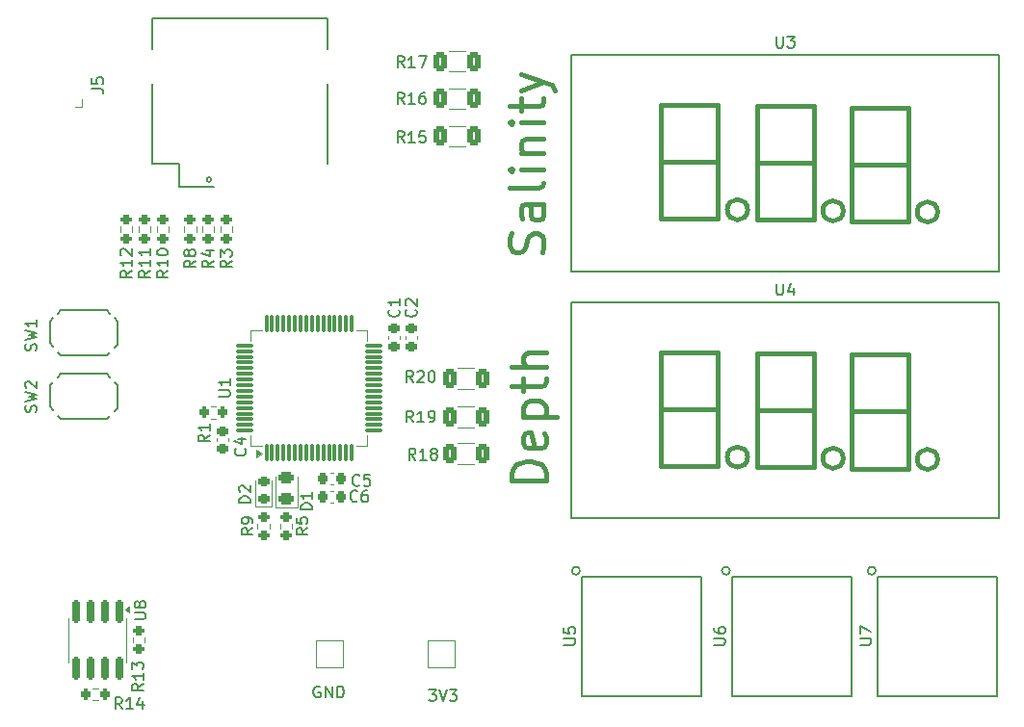
<source format=gto>
%TF.GenerationSoftware,KiCad,Pcbnew,8.0.4*%
%TF.CreationDate,2024-08-22T20:54:46+02:00*%
%TF.ProjectId,Controller,436f6e74-726f-46c6-9c65-722e6b696361,v0*%
%TF.SameCoordinates,Original*%
%TF.FileFunction,Legend,Top*%
%TF.FilePolarity,Positive*%
%FSLAX46Y46*%
G04 Gerber Fmt 4.6, Leading zero omitted, Abs format (unit mm)*
G04 Created by KiCad (PCBNEW 8.0.4) date 2024-08-22 20:54:46*
%MOMM*%
%LPD*%
G01*
G04 APERTURE LIST*
G04 Aperture macros list*
%AMRoundRect*
0 Rectangle with rounded corners*
0 $1 Rounding radius*
0 $2 $3 $4 $5 $6 $7 $8 $9 X,Y pos of 4 corners*
0 Add a 4 corners polygon primitive as box body*
4,1,4,$2,$3,$4,$5,$6,$7,$8,$9,$2,$3,0*
0 Add four circle primitives for the rounded corners*
1,1,$1+$1,$2,$3*
1,1,$1+$1,$4,$5*
1,1,$1+$1,$6,$7*
1,1,$1+$1,$8,$9*
0 Add four rect primitives between the rounded corners*
20,1,$1+$1,$2,$3,$4,$5,0*
20,1,$1+$1,$4,$5,$6,$7,0*
20,1,$1+$1,$6,$7,$8,$9,0*
20,1,$1+$1,$8,$9,$2,$3,0*%
G04 Aperture macros list end*
%ADD10C,0.150000*%
%ADD11C,0.450000*%
%ADD12C,0.120000*%
%ADD13C,0.400000*%
%ADD14RoundRect,0.200000X-0.200000X-0.275000X0.200000X-0.275000X0.200000X0.275000X-0.200000X0.275000X0*%
%ADD15C,2.000000*%
%ADD16C,0.990600*%
%ADD17C,0.787400*%
%ADD18RoundRect,0.200000X-0.275000X0.200000X-0.275000X-0.200000X0.275000X-0.200000X0.275000X0.200000X0*%
%ADD19RoundRect,0.243750X0.456250X-0.243750X0.456250X0.243750X-0.456250X0.243750X-0.456250X-0.243750X0*%
%ADD20R,1.000000X0.750000*%
%ADD21RoundRect,0.225000X-0.225000X-0.250000X0.225000X-0.250000X0.225000X0.250000X-0.225000X0.250000X0*%
%ADD22RoundRect,0.225000X0.250000X-0.225000X0.250000X0.225000X-0.250000X0.225000X-0.250000X-0.225000X0*%
%ADD23R,2.000000X2.000000*%
%ADD24RoundRect,0.250000X0.312500X0.625000X-0.312500X0.625000X-0.312500X-0.625000X0.312500X-0.625000X0*%
%ADD25RoundRect,0.150000X-0.150000X0.825000X-0.150000X-0.825000X0.150000X-0.825000X0.150000X0.825000X0*%
%ADD26C,1.000000*%
%ADD27R,0.700000X1.600000*%
%ADD28R,1.200000X1.500000*%
%ADD29R,1.200000X2.200000*%
%ADD30R,1.600000X1.500000*%
%ADD31C,1.400000*%
%ADD32RoundRect,0.218750X0.256250X-0.218750X0.256250X0.218750X-0.256250X0.218750X-0.256250X-0.218750X0*%
%ADD33RoundRect,0.075000X0.075000X-0.700000X0.075000X0.700000X-0.075000X0.700000X-0.075000X-0.700000X0*%
%ADD34RoundRect,0.075000X0.700000X-0.075000X0.700000X0.075000X-0.700000X0.075000X-0.700000X-0.075000X0*%
%ADD35R,1.700000X1.700000*%
%ADD36O,1.700000X1.700000*%
G04 APERTURE END LIST*
D10*
X186760588Y-108917438D02*
X186665350Y-108869819D01*
X186665350Y-108869819D02*
X186522493Y-108869819D01*
X186522493Y-108869819D02*
X186379636Y-108917438D01*
X186379636Y-108917438D02*
X186284398Y-109012676D01*
X186284398Y-109012676D02*
X186236779Y-109107914D01*
X186236779Y-109107914D02*
X186189160Y-109298390D01*
X186189160Y-109298390D02*
X186189160Y-109441247D01*
X186189160Y-109441247D02*
X186236779Y-109631723D01*
X186236779Y-109631723D02*
X186284398Y-109726961D01*
X186284398Y-109726961D02*
X186379636Y-109822200D01*
X186379636Y-109822200D02*
X186522493Y-109869819D01*
X186522493Y-109869819D02*
X186617731Y-109869819D01*
X186617731Y-109869819D02*
X186760588Y-109822200D01*
X186760588Y-109822200D02*
X186808207Y-109774580D01*
X186808207Y-109774580D02*
X186808207Y-109441247D01*
X186808207Y-109441247D02*
X186617731Y-109441247D01*
X187236779Y-109869819D02*
X187236779Y-108869819D01*
X187236779Y-108869819D02*
X187808207Y-109869819D01*
X187808207Y-109869819D02*
X187808207Y-108869819D01*
X188284398Y-109869819D02*
X188284398Y-108869819D01*
X188284398Y-108869819D02*
X188522493Y-108869819D01*
X188522493Y-108869819D02*
X188665350Y-108917438D01*
X188665350Y-108917438D02*
X188760588Y-109012676D01*
X188760588Y-109012676D02*
X188808207Y-109107914D01*
X188808207Y-109107914D02*
X188855826Y-109298390D01*
X188855826Y-109298390D02*
X188855826Y-109441247D01*
X188855826Y-109441247D02*
X188808207Y-109631723D01*
X188808207Y-109631723D02*
X188760588Y-109726961D01*
X188760588Y-109726961D02*
X188665350Y-109822200D01*
X188665350Y-109822200D02*
X188522493Y-109869819D01*
X188522493Y-109869819D02*
X188284398Y-109869819D01*
X196341541Y-109169819D02*
X196960588Y-109169819D01*
X196960588Y-109169819D02*
X196627255Y-109550771D01*
X196627255Y-109550771D02*
X196770112Y-109550771D01*
X196770112Y-109550771D02*
X196865350Y-109598390D01*
X196865350Y-109598390D02*
X196912969Y-109646009D01*
X196912969Y-109646009D02*
X196960588Y-109741247D01*
X196960588Y-109741247D02*
X196960588Y-109979342D01*
X196960588Y-109979342D02*
X196912969Y-110074580D01*
X196912969Y-110074580D02*
X196865350Y-110122200D01*
X196865350Y-110122200D02*
X196770112Y-110169819D01*
X196770112Y-110169819D02*
X196484398Y-110169819D01*
X196484398Y-110169819D02*
X196389160Y-110122200D01*
X196389160Y-110122200D02*
X196341541Y-110074580D01*
X197246303Y-109169819D02*
X197579636Y-110169819D01*
X197579636Y-110169819D02*
X197912969Y-109169819D01*
X198151065Y-109169819D02*
X198770112Y-109169819D01*
X198770112Y-109169819D02*
X198436779Y-109550771D01*
X198436779Y-109550771D02*
X198579636Y-109550771D01*
X198579636Y-109550771D02*
X198674874Y-109598390D01*
X198674874Y-109598390D02*
X198722493Y-109646009D01*
X198722493Y-109646009D02*
X198770112Y-109741247D01*
X198770112Y-109741247D02*
X198770112Y-109979342D01*
X198770112Y-109979342D02*
X198722493Y-110074580D01*
X198722493Y-110074580D02*
X198674874Y-110122200D01*
X198674874Y-110122200D02*
X198579636Y-110169819D01*
X198579636Y-110169819D02*
X198293922Y-110169819D01*
X198293922Y-110169819D02*
X198198684Y-110122200D01*
X198198684Y-110122200D02*
X198151065Y-110074580D01*
D11*
X206609457Y-90789662D02*
X203609457Y-90789662D01*
X203609457Y-90789662D02*
X203609457Y-90075376D01*
X203609457Y-90075376D02*
X203752314Y-89646805D01*
X203752314Y-89646805D02*
X204038028Y-89361090D01*
X204038028Y-89361090D02*
X204323742Y-89218233D01*
X204323742Y-89218233D02*
X204895171Y-89075376D01*
X204895171Y-89075376D02*
X205323742Y-89075376D01*
X205323742Y-89075376D02*
X205895171Y-89218233D01*
X205895171Y-89218233D02*
X206180885Y-89361090D01*
X206180885Y-89361090D02*
X206466600Y-89646805D01*
X206466600Y-89646805D02*
X206609457Y-90075376D01*
X206609457Y-90075376D02*
X206609457Y-90789662D01*
X206466600Y-86646805D02*
X206609457Y-86932519D01*
X206609457Y-86932519D02*
X206609457Y-87503948D01*
X206609457Y-87503948D02*
X206466600Y-87789662D01*
X206466600Y-87789662D02*
X206180885Y-87932519D01*
X206180885Y-87932519D02*
X205038028Y-87932519D01*
X205038028Y-87932519D02*
X204752314Y-87789662D01*
X204752314Y-87789662D02*
X204609457Y-87503948D01*
X204609457Y-87503948D02*
X204609457Y-86932519D01*
X204609457Y-86932519D02*
X204752314Y-86646805D01*
X204752314Y-86646805D02*
X205038028Y-86503948D01*
X205038028Y-86503948D02*
X205323742Y-86503948D01*
X205323742Y-86503948D02*
X205609457Y-87932519D01*
X204609457Y-85218233D02*
X207609457Y-85218233D01*
X204752314Y-85218233D02*
X204609457Y-84932519D01*
X204609457Y-84932519D02*
X204609457Y-84361090D01*
X204609457Y-84361090D02*
X204752314Y-84075376D01*
X204752314Y-84075376D02*
X204895171Y-83932519D01*
X204895171Y-83932519D02*
X205180885Y-83789661D01*
X205180885Y-83789661D02*
X206038028Y-83789661D01*
X206038028Y-83789661D02*
X206323742Y-83932519D01*
X206323742Y-83932519D02*
X206466600Y-84075376D01*
X206466600Y-84075376D02*
X206609457Y-84361090D01*
X206609457Y-84361090D02*
X206609457Y-84932519D01*
X206609457Y-84932519D02*
X206466600Y-85218233D01*
X204609457Y-82932518D02*
X204609457Y-81789661D01*
X203609457Y-82503947D02*
X206180885Y-82503947D01*
X206180885Y-82503947D02*
X206466600Y-82361090D01*
X206466600Y-82361090D02*
X206609457Y-82075375D01*
X206609457Y-82075375D02*
X206609457Y-81789661D01*
X206609457Y-80789661D02*
X203609457Y-80789661D01*
X206609457Y-79503947D02*
X205038028Y-79503947D01*
X205038028Y-79503947D02*
X204752314Y-79646804D01*
X204752314Y-79646804D02*
X204609457Y-79932518D01*
X204609457Y-79932518D02*
X204609457Y-80361089D01*
X204609457Y-80361089D02*
X204752314Y-80646804D01*
X204752314Y-80646804D02*
X204895171Y-80789661D01*
X206266600Y-70732519D02*
X206409457Y-70303948D01*
X206409457Y-70303948D02*
X206409457Y-69589662D01*
X206409457Y-69589662D02*
X206266600Y-69303948D01*
X206266600Y-69303948D02*
X206123742Y-69161090D01*
X206123742Y-69161090D02*
X205838028Y-69018233D01*
X205838028Y-69018233D02*
X205552314Y-69018233D01*
X205552314Y-69018233D02*
X205266600Y-69161090D01*
X205266600Y-69161090D02*
X205123742Y-69303948D01*
X205123742Y-69303948D02*
X204980885Y-69589662D01*
X204980885Y-69589662D02*
X204838028Y-70161090D01*
X204838028Y-70161090D02*
X204695171Y-70446805D01*
X204695171Y-70446805D02*
X204552314Y-70589662D01*
X204552314Y-70589662D02*
X204266600Y-70732519D01*
X204266600Y-70732519D02*
X203980885Y-70732519D01*
X203980885Y-70732519D02*
X203695171Y-70589662D01*
X203695171Y-70589662D02*
X203552314Y-70446805D01*
X203552314Y-70446805D02*
X203409457Y-70161090D01*
X203409457Y-70161090D02*
X203409457Y-69446805D01*
X203409457Y-69446805D02*
X203552314Y-69018233D01*
X206409457Y-66446805D02*
X204838028Y-66446805D01*
X204838028Y-66446805D02*
X204552314Y-66589662D01*
X204552314Y-66589662D02*
X204409457Y-66875376D01*
X204409457Y-66875376D02*
X204409457Y-67446805D01*
X204409457Y-67446805D02*
X204552314Y-67732519D01*
X206266600Y-66446805D02*
X206409457Y-66732519D01*
X206409457Y-66732519D02*
X206409457Y-67446805D01*
X206409457Y-67446805D02*
X206266600Y-67732519D01*
X206266600Y-67732519D02*
X205980885Y-67875376D01*
X205980885Y-67875376D02*
X205695171Y-67875376D01*
X205695171Y-67875376D02*
X205409457Y-67732519D01*
X205409457Y-67732519D02*
X205266600Y-67446805D01*
X205266600Y-67446805D02*
X205266600Y-66732519D01*
X205266600Y-66732519D02*
X205123742Y-66446805D01*
X206409457Y-64589661D02*
X206266600Y-64875376D01*
X206266600Y-64875376D02*
X205980885Y-65018233D01*
X205980885Y-65018233D02*
X203409457Y-65018233D01*
X206409457Y-63446804D02*
X204409457Y-63446804D01*
X203409457Y-63446804D02*
X203552314Y-63589661D01*
X203552314Y-63589661D02*
X203695171Y-63446804D01*
X203695171Y-63446804D02*
X203552314Y-63303947D01*
X203552314Y-63303947D02*
X203409457Y-63446804D01*
X203409457Y-63446804D02*
X203695171Y-63446804D01*
X204409457Y-62018233D02*
X206409457Y-62018233D01*
X204695171Y-62018233D02*
X204552314Y-61875376D01*
X204552314Y-61875376D02*
X204409457Y-61589661D01*
X204409457Y-61589661D02*
X204409457Y-61161090D01*
X204409457Y-61161090D02*
X204552314Y-60875376D01*
X204552314Y-60875376D02*
X204838028Y-60732519D01*
X204838028Y-60732519D02*
X206409457Y-60732519D01*
X206409457Y-59303947D02*
X204409457Y-59303947D01*
X203409457Y-59303947D02*
X203552314Y-59446804D01*
X203552314Y-59446804D02*
X203695171Y-59303947D01*
X203695171Y-59303947D02*
X203552314Y-59161090D01*
X203552314Y-59161090D02*
X203409457Y-59303947D01*
X203409457Y-59303947D02*
X203695171Y-59303947D01*
X204409457Y-58303947D02*
X204409457Y-57161090D01*
X203409457Y-57875376D02*
X205980885Y-57875376D01*
X205980885Y-57875376D02*
X206266600Y-57732519D01*
X206266600Y-57732519D02*
X206409457Y-57446804D01*
X206409457Y-57446804D02*
X206409457Y-57161090D01*
X204409457Y-56446804D02*
X206409457Y-55732518D01*
X204409457Y-55018233D02*
X206409457Y-55732518D01*
X206409457Y-55732518D02*
X207123742Y-56018233D01*
X207123742Y-56018233D02*
X207266600Y-56161090D01*
X207266600Y-56161090D02*
X207409457Y-56446804D01*
D10*
X177054819Y-86766666D02*
X176578628Y-87099999D01*
X177054819Y-87338094D02*
X176054819Y-87338094D01*
X176054819Y-87338094D02*
X176054819Y-86957142D01*
X176054819Y-86957142D02*
X176102438Y-86861904D01*
X176102438Y-86861904D02*
X176150057Y-86814285D01*
X176150057Y-86814285D02*
X176245295Y-86766666D01*
X176245295Y-86766666D02*
X176388152Y-86766666D01*
X176388152Y-86766666D02*
X176483390Y-86814285D01*
X176483390Y-86814285D02*
X176531009Y-86861904D01*
X176531009Y-86861904D02*
X176578628Y-86957142D01*
X176578628Y-86957142D02*
X176578628Y-87338094D01*
X177054819Y-85814285D02*
X177054819Y-86385713D01*
X177054819Y-86099999D02*
X176054819Y-86099999D01*
X176054819Y-86099999D02*
X176197676Y-86195237D01*
X176197676Y-86195237D02*
X176292914Y-86290475D01*
X176292914Y-86290475D02*
X176340533Y-86385713D01*
X234204819Y-105221904D02*
X235014342Y-105221904D01*
X235014342Y-105221904D02*
X235109580Y-105174285D01*
X235109580Y-105174285D02*
X235157200Y-105126666D01*
X235157200Y-105126666D02*
X235204819Y-105031428D01*
X235204819Y-105031428D02*
X235204819Y-104840952D01*
X235204819Y-104840952D02*
X235157200Y-104745714D01*
X235157200Y-104745714D02*
X235109580Y-104698095D01*
X235109580Y-104698095D02*
X235014342Y-104650476D01*
X235014342Y-104650476D02*
X234204819Y-104650476D01*
X234204819Y-104269523D02*
X234204819Y-103602857D01*
X234204819Y-103602857D02*
X235204819Y-104031428D01*
X166719819Y-56333333D02*
X167434104Y-56333333D01*
X167434104Y-56333333D02*
X167576961Y-56380952D01*
X167576961Y-56380952D02*
X167672200Y-56476190D01*
X167672200Y-56476190D02*
X167719819Y-56619047D01*
X167719819Y-56619047D02*
X167719819Y-56714285D01*
X166719819Y-55380952D02*
X166719819Y-55857142D01*
X166719819Y-55857142D02*
X167196009Y-55904761D01*
X167196009Y-55904761D02*
X167148390Y-55857142D01*
X167148390Y-55857142D02*
X167100771Y-55761904D01*
X167100771Y-55761904D02*
X167100771Y-55523809D01*
X167100771Y-55523809D02*
X167148390Y-55428571D01*
X167148390Y-55428571D02*
X167196009Y-55380952D01*
X167196009Y-55380952D02*
X167291247Y-55333333D01*
X167291247Y-55333333D02*
X167529342Y-55333333D01*
X167529342Y-55333333D02*
X167624580Y-55380952D01*
X167624580Y-55380952D02*
X167672200Y-55428571D01*
X167672200Y-55428571D02*
X167719819Y-55523809D01*
X167719819Y-55523809D02*
X167719819Y-55761904D01*
X167719819Y-55761904D02*
X167672200Y-55857142D01*
X167672200Y-55857142D02*
X167624580Y-55904761D01*
X179004819Y-71441666D02*
X178528628Y-71774999D01*
X179004819Y-72013094D02*
X178004819Y-72013094D01*
X178004819Y-72013094D02*
X178004819Y-71632142D01*
X178004819Y-71632142D02*
X178052438Y-71536904D01*
X178052438Y-71536904D02*
X178100057Y-71489285D01*
X178100057Y-71489285D02*
X178195295Y-71441666D01*
X178195295Y-71441666D02*
X178338152Y-71441666D01*
X178338152Y-71441666D02*
X178433390Y-71489285D01*
X178433390Y-71489285D02*
X178481009Y-71536904D01*
X178481009Y-71536904D02*
X178528628Y-71632142D01*
X178528628Y-71632142D02*
X178528628Y-72013094D01*
X178004819Y-71108332D02*
X178004819Y-70489285D01*
X178004819Y-70489285D02*
X178385771Y-70822618D01*
X178385771Y-70822618D02*
X178385771Y-70679761D01*
X178385771Y-70679761D02*
X178433390Y-70584523D01*
X178433390Y-70584523D02*
X178481009Y-70536904D01*
X178481009Y-70536904D02*
X178576247Y-70489285D01*
X178576247Y-70489285D02*
X178814342Y-70489285D01*
X178814342Y-70489285D02*
X178909580Y-70536904D01*
X178909580Y-70536904D02*
X178957200Y-70584523D01*
X178957200Y-70584523D02*
X179004819Y-70679761D01*
X179004819Y-70679761D02*
X179004819Y-70965475D01*
X179004819Y-70965475D02*
X178957200Y-71060713D01*
X178957200Y-71060713D02*
X178909580Y-71108332D01*
X177404819Y-71441666D02*
X176928628Y-71774999D01*
X177404819Y-72013094D02*
X176404819Y-72013094D01*
X176404819Y-72013094D02*
X176404819Y-71632142D01*
X176404819Y-71632142D02*
X176452438Y-71536904D01*
X176452438Y-71536904D02*
X176500057Y-71489285D01*
X176500057Y-71489285D02*
X176595295Y-71441666D01*
X176595295Y-71441666D02*
X176738152Y-71441666D01*
X176738152Y-71441666D02*
X176833390Y-71489285D01*
X176833390Y-71489285D02*
X176881009Y-71536904D01*
X176881009Y-71536904D02*
X176928628Y-71632142D01*
X176928628Y-71632142D02*
X176928628Y-72013094D01*
X176738152Y-70584523D02*
X177404819Y-70584523D01*
X176357200Y-70822618D02*
X177071485Y-71060713D01*
X177071485Y-71060713D02*
X177071485Y-70441666D01*
X175804819Y-71441666D02*
X175328628Y-71774999D01*
X175804819Y-72013094D02*
X174804819Y-72013094D01*
X174804819Y-72013094D02*
X174804819Y-71632142D01*
X174804819Y-71632142D02*
X174852438Y-71536904D01*
X174852438Y-71536904D02*
X174900057Y-71489285D01*
X174900057Y-71489285D02*
X174995295Y-71441666D01*
X174995295Y-71441666D02*
X175138152Y-71441666D01*
X175138152Y-71441666D02*
X175233390Y-71489285D01*
X175233390Y-71489285D02*
X175281009Y-71536904D01*
X175281009Y-71536904D02*
X175328628Y-71632142D01*
X175328628Y-71632142D02*
X175328628Y-72013094D01*
X175233390Y-70870237D02*
X175185771Y-70965475D01*
X175185771Y-70965475D02*
X175138152Y-71013094D01*
X175138152Y-71013094D02*
X175042914Y-71060713D01*
X175042914Y-71060713D02*
X174995295Y-71060713D01*
X174995295Y-71060713D02*
X174900057Y-71013094D01*
X174900057Y-71013094D02*
X174852438Y-70965475D01*
X174852438Y-70965475D02*
X174804819Y-70870237D01*
X174804819Y-70870237D02*
X174804819Y-70679761D01*
X174804819Y-70679761D02*
X174852438Y-70584523D01*
X174852438Y-70584523D02*
X174900057Y-70536904D01*
X174900057Y-70536904D02*
X174995295Y-70489285D01*
X174995295Y-70489285D02*
X175042914Y-70489285D01*
X175042914Y-70489285D02*
X175138152Y-70536904D01*
X175138152Y-70536904D02*
X175185771Y-70584523D01*
X175185771Y-70584523D02*
X175233390Y-70679761D01*
X175233390Y-70679761D02*
X175233390Y-70870237D01*
X175233390Y-70870237D02*
X175281009Y-70965475D01*
X175281009Y-70965475D02*
X175328628Y-71013094D01*
X175328628Y-71013094D02*
X175423866Y-71060713D01*
X175423866Y-71060713D02*
X175614342Y-71060713D01*
X175614342Y-71060713D02*
X175709580Y-71013094D01*
X175709580Y-71013094D02*
X175757200Y-70965475D01*
X175757200Y-70965475D02*
X175804819Y-70870237D01*
X175804819Y-70870237D02*
X175804819Y-70679761D01*
X175804819Y-70679761D02*
X175757200Y-70584523D01*
X175757200Y-70584523D02*
X175709580Y-70536904D01*
X175709580Y-70536904D02*
X175614342Y-70489285D01*
X175614342Y-70489285D02*
X175423866Y-70489285D01*
X175423866Y-70489285D02*
X175328628Y-70536904D01*
X175328628Y-70536904D02*
X175281009Y-70584523D01*
X175281009Y-70584523D02*
X175233390Y-70679761D01*
X186054819Y-93338094D02*
X185054819Y-93338094D01*
X185054819Y-93338094D02*
X185054819Y-93099999D01*
X185054819Y-93099999D02*
X185102438Y-92957142D01*
X185102438Y-92957142D02*
X185197676Y-92861904D01*
X185197676Y-92861904D02*
X185292914Y-92814285D01*
X185292914Y-92814285D02*
X185483390Y-92766666D01*
X185483390Y-92766666D02*
X185626247Y-92766666D01*
X185626247Y-92766666D02*
X185816723Y-92814285D01*
X185816723Y-92814285D02*
X185911961Y-92861904D01*
X185911961Y-92861904D02*
X186007200Y-92957142D01*
X186007200Y-92957142D02*
X186054819Y-93099999D01*
X186054819Y-93099999D02*
X186054819Y-93338094D01*
X186054819Y-91814285D02*
X186054819Y-92385713D01*
X186054819Y-92099999D02*
X185054819Y-92099999D01*
X185054819Y-92099999D02*
X185197676Y-92195237D01*
X185197676Y-92195237D02*
X185292914Y-92290475D01*
X185292914Y-92290475D02*
X185340533Y-92385713D01*
X161807200Y-84733332D02*
X161854819Y-84590475D01*
X161854819Y-84590475D02*
X161854819Y-84352380D01*
X161854819Y-84352380D02*
X161807200Y-84257142D01*
X161807200Y-84257142D02*
X161759580Y-84209523D01*
X161759580Y-84209523D02*
X161664342Y-84161904D01*
X161664342Y-84161904D02*
X161569104Y-84161904D01*
X161569104Y-84161904D02*
X161473866Y-84209523D01*
X161473866Y-84209523D02*
X161426247Y-84257142D01*
X161426247Y-84257142D02*
X161378628Y-84352380D01*
X161378628Y-84352380D02*
X161331009Y-84542856D01*
X161331009Y-84542856D02*
X161283390Y-84638094D01*
X161283390Y-84638094D02*
X161235771Y-84685713D01*
X161235771Y-84685713D02*
X161140533Y-84733332D01*
X161140533Y-84733332D02*
X161045295Y-84733332D01*
X161045295Y-84733332D02*
X160950057Y-84685713D01*
X160950057Y-84685713D02*
X160902438Y-84638094D01*
X160902438Y-84638094D02*
X160854819Y-84542856D01*
X160854819Y-84542856D02*
X160854819Y-84304761D01*
X160854819Y-84304761D02*
X160902438Y-84161904D01*
X160854819Y-83828570D02*
X161854819Y-83590475D01*
X161854819Y-83590475D02*
X161140533Y-83399999D01*
X161140533Y-83399999D02*
X161854819Y-83209523D01*
X161854819Y-83209523D02*
X160854819Y-82971428D01*
X160950057Y-82638094D02*
X160902438Y-82590475D01*
X160902438Y-82590475D02*
X160854819Y-82495237D01*
X160854819Y-82495237D02*
X160854819Y-82257142D01*
X160854819Y-82257142D02*
X160902438Y-82161904D01*
X160902438Y-82161904D02*
X160950057Y-82114285D01*
X160950057Y-82114285D02*
X161045295Y-82066666D01*
X161045295Y-82066666D02*
X161140533Y-82066666D01*
X161140533Y-82066666D02*
X161283390Y-82114285D01*
X161283390Y-82114285D02*
X161854819Y-82685713D01*
X161854819Y-82685713D02*
X161854819Y-82066666D01*
X190033333Y-92559580D02*
X189985714Y-92607200D01*
X189985714Y-92607200D02*
X189842857Y-92654819D01*
X189842857Y-92654819D02*
X189747619Y-92654819D01*
X189747619Y-92654819D02*
X189604762Y-92607200D01*
X189604762Y-92607200D02*
X189509524Y-92511961D01*
X189509524Y-92511961D02*
X189461905Y-92416723D01*
X189461905Y-92416723D02*
X189414286Y-92226247D01*
X189414286Y-92226247D02*
X189414286Y-92083390D01*
X189414286Y-92083390D02*
X189461905Y-91892914D01*
X189461905Y-91892914D02*
X189509524Y-91797676D01*
X189509524Y-91797676D02*
X189604762Y-91702438D01*
X189604762Y-91702438D02*
X189747619Y-91654819D01*
X189747619Y-91654819D02*
X189842857Y-91654819D01*
X189842857Y-91654819D02*
X189985714Y-91702438D01*
X189985714Y-91702438D02*
X190033333Y-91750057D01*
X190890476Y-91654819D02*
X190700000Y-91654819D01*
X190700000Y-91654819D02*
X190604762Y-91702438D01*
X190604762Y-91702438D02*
X190557143Y-91750057D01*
X190557143Y-91750057D02*
X190461905Y-91892914D01*
X190461905Y-91892914D02*
X190414286Y-92083390D01*
X190414286Y-92083390D02*
X190414286Y-92464342D01*
X190414286Y-92464342D02*
X190461905Y-92559580D01*
X190461905Y-92559580D02*
X190509524Y-92607200D01*
X190509524Y-92607200D02*
X190604762Y-92654819D01*
X190604762Y-92654819D02*
X190795238Y-92654819D01*
X190795238Y-92654819D02*
X190890476Y-92607200D01*
X190890476Y-92607200D02*
X190938095Y-92559580D01*
X190938095Y-92559580D02*
X190985714Y-92464342D01*
X190985714Y-92464342D02*
X190985714Y-92226247D01*
X190985714Y-92226247D02*
X190938095Y-92131009D01*
X190938095Y-92131009D02*
X190890476Y-92083390D01*
X190890476Y-92083390D02*
X190795238Y-92035771D01*
X190795238Y-92035771D02*
X190604762Y-92035771D01*
X190604762Y-92035771D02*
X190509524Y-92083390D01*
X190509524Y-92083390D02*
X190461905Y-92131009D01*
X190461905Y-92131009D02*
X190414286Y-92226247D01*
X180159580Y-87966666D02*
X180207200Y-88014285D01*
X180207200Y-88014285D02*
X180254819Y-88157142D01*
X180254819Y-88157142D02*
X180254819Y-88252380D01*
X180254819Y-88252380D02*
X180207200Y-88395237D01*
X180207200Y-88395237D02*
X180111961Y-88490475D01*
X180111961Y-88490475D02*
X180016723Y-88538094D01*
X180016723Y-88538094D02*
X179826247Y-88585713D01*
X179826247Y-88585713D02*
X179683390Y-88585713D01*
X179683390Y-88585713D02*
X179492914Y-88538094D01*
X179492914Y-88538094D02*
X179397676Y-88490475D01*
X179397676Y-88490475D02*
X179302438Y-88395237D01*
X179302438Y-88395237D02*
X179254819Y-88252380D01*
X179254819Y-88252380D02*
X179254819Y-88157142D01*
X179254819Y-88157142D02*
X179302438Y-88014285D01*
X179302438Y-88014285D02*
X179350057Y-87966666D01*
X179588152Y-87109523D02*
X180254819Y-87109523D01*
X179207200Y-87347618D02*
X179921485Y-87585713D01*
X179921485Y-87585713D02*
X179921485Y-86966666D01*
X173404819Y-72317857D02*
X172928628Y-72651190D01*
X173404819Y-72889285D02*
X172404819Y-72889285D01*
X172404819Y-72889285D02*
X172404819Y-72508333D01*
X172404819Y-72508333D02*
X172452438Y-72413095D01*
X172452438Y-72413095D02*
X172500057Y-72365476D01*
X172500057Y-72365476D02*
X172595295Y-72317857D01*
X172595295Y-72317857D02*
X172738152Y-72317857D01*
X172738152Y-72317857D02*
X172833390Y-72365476D01*
X172833390Y-72365476D02*
X172881009Y-72413095D01*
X172881009Y-72413095D02*
X172928628Y-72508333D01*
X172928628Y-72508333D02*
X172928628Y-72889285D01*
X173404819Y-71365476D02*
X173404819Y-71936904D01*
X173404819Y-71651190D02*
X172404819Y-71651190D01*
X172404819Y-71651190D02*
X172547676Y-71746428D01*
X172547676Y-71746428D02*
X172642914Y-71841666D01*
X172642914Y-71841666D02*
X172690533Y-71936904D01*
X172404819Y-70746428D02*
X172404819Y-70651190D01*
X172404819Y-70651190D02*
X172452438Y-70555952D01*
X172452438Y-70555952D02*
X172500057Y-70508333D01*
X172500057Y-70508333D02*
X172595295Y-70460714D01*
X172595295Y-70460714D02*
X172785771Y-70413095D01*
X172785771Y-70413095D02*
X173023866Y-70413095D01*
X173023866Y-70413095D02*
X173214342Y-70460714D01*
X173214342Y-70460714D02*
X173309580Y-70508333D01*
X173309580Y-70508333D02*
X173357200Y-70555952D01*
X173357200Y-70555952D02*
X173404819Y-70651190D01*
X173404819Y-70651190D02*
X173404819Y-70746428D01*
X173404819Y-70746428D02*
X173357200Y-70841666D01*
X173357200Y-70841666D02*
X173309580Y-70889285D01*
X173309580Y-70889285D02*
X173214342Y-70936904D01*
X173214342Y-70936904D02*
X173023866Y-70984523D01*
X173023866Y-70984523D02*
X172785771Y-70984523D01*
X172785771Y-70984523D02*
X172595295Y-70936904D01*
X172595295Y-70936904D02*
X172500057Y-70889285D01*
X172500057Y-70889285D02*
X172452438Y-70841666D01*
X172452438Y-70841666D02*
X172404819Y-70746428D01*
X195159580Y-75766666D02*
X195207200Y-75814285D01*
X195207200Y-75814285D02*
X195254819Y-75957142D01*
X195254819Y-75957142D02*
X195254819Y-76052380D01*
X195254819Y-76052380D02*
X195207200Y-76195237D01*
X195207200Y-76195237D02*
X195111961Y-76290475D01*
X195111961Y-76290475D02*
X195016723Y-76338094D01*
X195016723Y-76338094D02*
X194826247Y-76385713D01*
X194826247Y-76385713D02*
X194683390Y-76385713D01*
X194683390Y-76385713D02*
X194492914Y-76338094D01*
X194492914Y-76338094D02*
X194397676Y-76290475D01*
X194397676Y-76290475D02*
X194302438Y-76195237D01*
X194302438Y-76195237D02*
X194254819Y-76052380D01*
X194254819Y-76052380D02*
X194254819Y-75957142D01*
X194254819Y-75957142D02*
X194302438Y-75814285D01*
X194302438Y-75814285D02*
X194350057Y-75766666D01*
X194350057Y-75385713D02*
X194302438Y-75338094D01*
X194302438Y-75338094D02*
X194254819Y-75242856D01*
X194254819Y-75242856D02*
X194254819Y-75004761D01*
X194254819Y-75004761D02*
X194302438Y-74909523D01*
X194302438Y-74909523D02*
X194350057Y-74861904D01*
X194350057Y-74861904D02*
X194445295Y-74814285D01*
X194445295Y-74814285D02*
X194540533Y-74814285D01*
X194540533Y-74814285D02*
X194683390Y-74861904D01*
X194683390Y-74861904D02*
X195254819Y-75433332D01*
X195254819Y-75433332D02*
X195254819Y-74814285D01*
X194157142Y-57654819D02*
X193823809Y-57178628D01*
X193585714Y-57654819D02*
X193585714Y-56654819D01*
X193585714Y-56654819D02*
X193966666Y-56654819D01*
X193966666Y-56654819D02*
X194061904Y-56702438D01*
X194061904Y-56702438D02*
X194109523Y-56750057D01*
X194109523Y-56750057D02*
X194157142Y-56845295D01*
X194157142Y-56845295D02*
X194157142Y-56988152D01*
X194157142Y-56988152D02*
X194109523Y-57083390D01*
X194109523Y-57083390D02*
X194061904Y-57131009D01*
X194061904Y-57131009D02*
X193966666Y-57178628D01*
X193966666Y-57178628D02*
X193585714Y-57178628D01*
X195109523Y-57654819D02*
X194538095Y-57654819D01*
X194823809Y-57654819D02*
X194823809Y-56654819D01*
X194823809Y-56654819D02*
X194728571Y-56797676D01*
X194728571Y-56797676D02*
X194633333Y-56892914D01*
X194633333Y-56892914D02*
X194538095Y-56940533D01*
X195966666Y-56654819D02*
X195776190Y-56654819D01*
X195776190Y-56654819D02*
X195680952Y-56702438D01*
X195680952Y-56702438D02*
X195633333Y-56750057D01*
X195633333Y-56750057D02*
X195538095Y-56892914D01*
X195538095Y-56892914D02*
X195490476Y-57083390D01*
X195490476Y-57083390D02*
X195490476Y-57464342D01*
X195490476Y-57464342D02*
X195538095Y-57559580D01*
X195538095Y-57559580D02*
X195585714Y-57607200D01*
X195585714Y-57607200D02*
X195680952Y-57654819D01*
X195680952Y-57654819D02*
X195871428Y-57654819D01*
X195871428Y-57654819D02*
X195966666Y-57607200D01*
X195966666Y-57607200D02*
X196014285Y-57559580D01*
X196014285Y-57559580D02*
X196061904Y-57464342D01*
X196061904Y-57464342D02*
X196061904Y-57226247D01*
X196061904Y-57226247D02*
X196014285Y-57131009D01*
X196014285Y-57131009D02*
X195966666Y-57083390D01*
X195966666Y-57083390D02*
X195871428Y-57035771D01*
X195871428Y-57035771D02*
X195680952Y-57035771D01*
X195680952Y-57035771D02*
X195585714Y-57083390D01*
X195585714Y-57083390D02*
X195538095Y-57131009D01*
X195538095Y-57131009D02*
X195490476Y-57226247D01*
X221394819Y-105221904D02*
X222204342Y-105221904D01*
X222204342Y-105221904D02*
X222299580Y-105174285D01*
X222299580Y-105174285D02*
X222347200Y-105126666D01*
X222347200Y-105126666D02*
X222394819Y-105031428D01*
X222394819Y-105031428D02*
X222394819Y-104840952D01*
X222394819Y-104840952D02*
X222347200Y-104745714D01*
X222347200Y-104745714D02*
X222299580Y-104698095D01*
X222299580Y-104698095D02*
X222204342Y-104650476D01*
X222204342Y-104650476D02*
X221394819Y-104650476D01*
X221394819Y-103745714D02*
X221394819Y-103936190D01*
X221394819Y-103936190D02*
X221442438Y-104031428D01*
X221442438Y-104031428D02*
X221490057Y-104079047D01*
X221490057Y-104079047D02*
X221632914Y-104174285D01*
X221632914Y-104174285D02*
X221823390Y-104221904D01*
X221823390Y-104221904D02*
X222204342Y-104221904D01*
X222204342Y-104221904D02*
X222299580Y-104174285D01*
X222299580Y-104174285D02*
X222347200Y-104126666D01*
X222347200Y-104126666D02*
X222394819Y-104031428D01*
X222394819Y-104031428D02*
X222394819Y-103840952D01*
X222394819Y-103840952D02*
X222347200Y-103745714D01*
X222347200Y-103745714D02*
X222299580Y-103698095D01*
X222299580Y-103698095D02*
X222204342Y-103650476D01*
X222204342Y-103650476D02*
X221966247Y-103650476D01*
X221966247Y-103650476D02*
X221871009Y-103698095D01*
X221871009Y-103698095D02*
X221823390Y-103745714D01*
X221823390Y-103745714D02*
X221775771Y-103840952D01*
X221775771Y-103840952D02*
X221775771Y-104031428D01*
X221775771Y-104031428D02*
X221823390Y-104126666D01*
X221823390Y-104126666D02*
X221871009Y-104174285D01*
X221871009Y-104174285D02*
X221966247Y-104221904D01*
X171254819Y-108642857D02*
X170778628Y-108976190D01*
X171254819Y-109214285D02*
X170254819Y-109214285D01*
X170254819Y-109214285D02*
X170254819Y-108833333D01*
X170254819Y-108833333D02*
X170302438Y-108738095D01*
X170302438Y-108738095D02*
X170350057Y-108690476D01*
X170350057Y-108690476D02*
X170445295Y-108642857D01*
X170445295Y-108642857D02*
X170588152Y-108642857D01*
X170588152Y-108642857D02*
X170683390Y-108690476D01*
X170683390Y-108690476D02*
X170731009Y-108738095D01*
X170731009Y-108738095D02*
X170778628Y-108833333D01*
X170778628Y-108833333D02*
X170778628Y-109214285D01*
X171254819Y-107690476D02*
X171254819Y-108261904D01*
X171254819Y-107976190D02*
X170254819Y-107976190D01*
X170254819Y-107976190D02*
X170397676Y-108071428D01*
X170397676Y-108071428D02*
X170492914Y-108166666D01*
X170492914Y-108166666D02*
X170540533Y-108261904D01*
X170254819Y-107357142D02*
X170254819Y-106738095D01*
X170254819Y-106738095D02*
X170635771Y-107071428D01*
X170635771Y-107071428D02*
X170635771Y-106928571D01*
X170635771Y-106928571D02*
X170683390Y-106833333D01*
X170683390Y-106833333D02*
X170731009Y-106785714D01*
X170731009Y-106785714D02*
X170826247Y-106738095D01*
X170826247Y-106738095D02*
X171064342Y-106738095D01*
X171064342Y-106738095D02*
X171159580Y-106785714D01*
X171159580Y-106785714D02*
X171207200Y-106833333D01*
X171207200Y-106833333D02*
X171254819Y-106928571D01*
X171254819Y-106928571D02*
X171254819Y-107214285D01*
X171254819Y-107214285D02*
X171207200Y-107309523D01*
X171207200Y-107309523D02*
X171159580Y-107357142D01*
X195157142Y-88964819D02*
X194823809Y-88488628D01*
X194585714Y-88964819D02*
X194585714Y-87964819D01*
X194585714Y-87964819D02*
X194966666Y-87964819D01*
X194966666Y-87964819D02*
X195061904Y-88012438D01*
X195061904Y-88012438D02*
X195109523Y-88060057D01*
X195109523Y-88060057D02*
X195157142Y-88155295D01*
X195157142Y-88155295D02*
X195157142Y-88298152D01*
X195157142Y-88298152D02*
X195109523Y-88393390D01*
X195109523Y-88393390D02*
X195061904Y-88441009D01*
X195061904Y-88441009D02*
X194966666Y-88488628D01*
X194966666Y-88488628D02*
X194585714Y-88488628D01*
X196109523Y-88964819D02*
X195538095Y-88964819D01*
X195823809Y-88964819D02*
X195823809Y-87964819D01*
X195823809Y-87964819D02*
X195728571Y-88107676D01*
X195728571Y-88107676D02*
X195633333Y-88202914D01*
X195633333Y-88202914D02*
X195538095Y-88250533D01*
X196680952Y-88393390D02*
X196585714Y-88345771D01*
X196585714Y-88345771D02*
X196538095Y-88298152D01*
X196538095Y-88298152D02*
X196490476Y-88202914D01*
X196490476Y-88202914D02*
X196490476Y-88155295D01*
X196490476Y-88155295D02*
X196538095Y-88060057D01*
X196538095Y-88060057D02*
X196585714Y-88012438D01*
X196585714Y-88012438D02*
X196680952Y-87964819D01*
X196680952Y-87964819D02*
X196871428Y-87964819D01*
X196871428Y-87964819D02*
X196966666Y-88012438D01*
X196966666Y-88012438D02*
X197014285Y-88060057D01*
X197014285Y-88060057D02*
X197061904Y-88155295D01*
X197061904Y-88155295D02*
X197061904Y-88202914D01*
X197061904Y-88202914D02*
X197014285Y-88298152D01*
X197014285Y-88298152D02*
X196966666Y-88345771D01*
X196966666Y-88345771D02*
X196871428Y-88393390D01*
X196871428Y-88393390D02*
X196680952Y-88393390D01*
X196680952Y-88393390D02*
X196585714Y-88441009D01*
X196585714Y-88441009D02*
X196538095Y-88488628D01*
X196538095Y-88488628D02*
X196490476Y-88583866D01*
X196490476Y-88583866D02*
X196490476Y-88774342D01*
X196490476Y-88774342D02*
X196538095Y-88869580D01*
X196538095Y-88869580D02*
X196585714Y-88917200D01*
X196585714Y-88917200D02*
X196680952Y-88964819D01*
X196680952Y-88964819D02*
X196871428Y-88964819D01*
X196871428Y-88964819D02*
X196966666Y-88917200D01*
X196966666Y-88917200D02*
X197014285Y-88869580D01*
X197014285Y-88869580D02*
X197061904Y-88774342D01*
X197061904Y-88774342D02*
X197061904Y-88583866D01*
X197061904Y-88583866D02*
X197014285Y-88488628D01*
X197014285Y-88488628D02*
X196966666Y-88441009D01*
X196966666Y-88441009D02*
X196871428Y-88393390D01*
X194957142Y-85654819D02*
X194623809Y-85178628D01*
X194385714Y-85654819D02*
X194385714Y-84654819D01*
X194385714Y-84654819D02*
X194766666Y-84654819D01*
X194766666Y-84654819D02*
X194861904Y-84702438D01*
X194861904Y-84702438D02*
X194909523Y-84750057D01*
X194909523Y-84750057D02*
X194957142Y-84845295D01*
X194957142Y-84845295D02*
X194957142Y-84988152D01*
X194957142Y-84988152D02*
X194909523Y-85083390D01*
X194909523Y-85083390D02*
X194861904Y-85131009D01*
X194861904Y-85131009D02*
X194766666Y-85178628D01*
X194766666Y-85178628D02*
X194385714Y-85178628D01*
X195909523Y-85654819D02*
X195338095Y-85654819D01*
X195623809Y-85654819D02*
X195623809Y-84654819D01*
X195623809Y-84654819D02*
X195528571Y-84797676D01*
X195528571Y-84797676D02*
X195433333Y-84892914D01*
X195433333Y-84892914D02*
X195338095Y-84940533D01*
X196385714Y-85654819D02*
X196576190Y-85654819D01*
X196576190Y-85654819D02*
X196671428Y-85607200D01*
X196671428Y-85607200D02*
X196719047Y-85559580D01*
X196719047Y-85559580D02*
X196814285Y-85416723D01*
X196814285Y-85416723D02*
X196861904Y-85226247D01*
X196861904Y-85226247D02*
X196861904Y-84845295D01*
X196861904Y-84845295D02*
X196814285Y-84750057D01*
X196814285Y-84750057D02*
X196766666Y-84702438D01*
X196766666Y-84702438D02*
X196671428Y-84654819D01*
X196671428Y-84654819D02*
X196480952Y-84654819D01*
X196480952Y-84654819D02*
X196385714Y-84702438D01*
X196385714Y-84702438D02*
X196338095Y-84750057D01*
X196338095Y-84750057D02*
X196290476Y-84845295D01*
X196290476Y-84845295D02*
X196290476Y-85083390D01*
X196290476Y-85083390D02*
X196338095Y-85178628D01*
X196338095Y-85178628D02*
X196385714Y-85226247D01*
X196385714Y-85226247D02*
X196480952Y-85273866D01*
X196480952Y-85273866D02*
X196671428Y-85273866D01*
X196671428Y-85273866D02*
X196766666Y-85226247D01*
X196766666Y-85226247D02*
X196814285Y-85178628D01*
X196814285Y-85178628D02*
X196861904Y-85083390D01*
X180854819Y-94966666D02*
X180378628Y-95299999D01*
X180854819Y-95538094D02*
X179854819Y-95538094D01*
X179854819Y-95538094D02*
X179854819Y-95157142D01*
X179854819Y-95157142D02*
X179902438Y-95061904D01*
X179902438Y-95061904D02*
X179950057Y-95014285D01*
X179950057Y-95014285D02*
X180045295Y-94966666D01*
X180045295Y-94966666D02*
X180188152Y-94966666D01*
X180188152Y-94966666D02*
X180283390Y-95014285D01*
X180283390Y-95014285D02*
X180331009Y-95061904D01*
X180331009Y-95061904D02*
X180378628Y-95157142D01*
X180378628Y-95157142D02*
X180378628Y-95538094D01*
X180854819Y-94490475D02*
X180854819Y-94299999D01*
X180854819Y-94299999D02*
X180807200Y-94204761D01*
X180807200Y-94204761D02*
X180759580Y-94157142D01*
X180759580Y-94157142D02*
X180616723Y-94061904D01*
X180616723Y-94061904D02*
X180426247Y-94014285D01*
X180426247Y-94014285D02*
X180045295Y-94014285D01*
X180045295Y-94014285D02*
X179950057Y-94061904D01*
X179950057Y-94061904D02*
X179902438Y-94109523D01*
X179902438Y-94109523D02*
X179854819Y-94204761D01*
X179854819Y-94204761D02*
X179854819Y-94395237D01*
X179854819Y-94395237D02*
X179902438Y-94490475D01*
X179902438Y-94490475D02*
X179950057Y-94538094D01*
X179950057Y-94538094D02*
X180045295Y-94585713D01*
X180045295Y-94585713D02*
X180283390Y-94585713D01*
X180283390Y-94585713D02*
X180378628Y-94538094D01*
X180378628Y-94538094D02*
X180426247Y-94490475D01*
X180426247Y-94490475D02*
X180473866Y-94395237D01*
X180473866Y-94395237D02*
X180473866Y-94204761D01*
X180473866Y-94204761D02*
X180426247Y-94109523D01*
X180426247Y-94109523D02*
X180378628Y-94061904D01*
X180378628Y-94061904D02*
X180283390Y-94014285D01*
X170454819Y-102961904D02*
X171264342Y-102961904D01*
X171264342Y-102961904D02*
X171359580Y-102914285D01*
X171359580Y-102914285D02*
X171407200Y-102866666D01*
X171407200Y-102866666D02*
X171454819Y-102771428D01*
X171454819Y-102771428D02*
X171454819Y-102580952D01*
X171454819Y-102580952D02*
X171407200Y-102485714D01*
X171407200Y-102485714D02*
X171359580Y-102438095D01*
X171359580Y-102438095D02*
X171264342Y-102390476D01*
X171264342Y-102390476D02*
X170454819Y-102390476D01*
X170883390Y-101771428D02*
X170835771Y-101866666D01*
X170835771Y-101866666D02*
X170788152Y-101914285D01*
X170788152Y-101914285D02*
X170692914Y-101961904D01*
X170692914Y-101961904D02*
X170645295Y-101961904D01*
X170645295Y-101961904D02*
X170550057Y-101914285D01*
X170550057Y-101914285D02*
X170502438Y-101866666D01*
X170502438Y-101866666D02*
X170454819Y-101771428D01*
X170454819Y-101771428D02*
X170454819Y-101580952D01*
X170454819Y-101580952D02*
X170502438Y-101485714D01*
X170502438Y-101485714D02*
X170550057Y-101438095D01*
X170550057Y-101438095D02*
X170645295Y-101390476D01*
X170645295Y-101390476D02*
X170692914Y-101390476D01*
X170692914Y-101390476D02*
X170788152Y-101438095D01*
X170788152Y-101438095D02*
X170835771Y-101485714D01*
X170835771Y-101485714D02*
X170883390Y-101580952D01*
X170883390Y-101580952D02*
X170883390Y-101771428D01*
X170883390Y-101771428D02*
X170931009Y-101866666D01*
X170931009Y-101866666D02*
X170978628Y-101914285D01*
X170978628Y-101914285D02*
X171073866Y-101961904D01*
X171073866Y-101961904D02*
X171264342Y-101961904D01*
X171264342Y-101961904D02*
X171359580Y-101914285D01*
X171359580Y-101914285D02*
X171407200Y-101866666D01*
X171407200Y-101866666D02*
X171454819Y-101771428D01*
X171454819Y-101771428D02*
X171454819Y-101580952D01*
X171454819Y-101580952D02*
X171407200Y-101485714D01*
X171407200Y-101485714D02*
X171359580Y-101438095D01*
X171359580Y-101438095D02*
X171264342Y-101390476D01*
X171264342Y-101390476D02*
X171073866Y-101390476D01*
X171073866Y-101390476D02*
X170978628Y-101438095D01*
X170978628Y-101438095D02*
X170931009Y-101485714D01*
X170931009Y-101485714D02*
X170883390Y-101580952D01*
X185684819Y-94966666D02*
X185208628Y-95299999D01*
X185684819Y-95538094D02*
X184684819Y-95538094D01*
X184684819Y-95538094D02*
X184684819Y-95157142D01*
X184684819Y-95157142D02*
X184732438Y-95061904D01*
X184732438Y-95061904D02*
X184780057Y-95014285D01*
X184780057Y-95014285D02*
X184875295Y-94966666D01*
X184875295Y-94966666D02*
X185018152Y-94966666D01*
X185018152Y-94966666D02*
X185113390Y-95014285D01*
X185113390Y-95014285D02*
X185161009Y-95061904D01*
X185161009Y-95061904D02*
X185208628Y-95157142D01*
X185208628Y-95157142D02*
X185208628Y-95538094D01*
X184684819Y-94061904D02*
X184684819Y-94538094D01*
X184684819Y-94538094D02*
X185161009Y-94585713D01*
X185161009Y-94585713D02*
X185113390Y-94538094D01*
X185113390Y-94538094D02*
X185065771Y-94442856D01*
X185065771Y-94442856D02*
X185065771Y-94204761D01*
X185065771Y-94204761D02*
X185113390Y-94109523D01*
X185113390Y-94109523D02*
X185161009Y-94061904D01*
X185161009Y-94061904D02*
X185256247Y-94014285D01*
X185256247Y-94014285D02*
X185494342Y-94014285D01*
X185494342Y-94014285D02*
X185589580Y-94061904D01*
X185589580Y-94061904D02*
X185637200Y-94109523D01*
X185637200Y-94109523D02*
X185684819Y-94204761D01*
X185684819Y-94204761D02*
X185684819Y-94442856D01*
X185684819Y-94442856D02*
X185637200Y-94538094D01*
X185637200Y-94538094D02*
X185589580Y-94585713D01*
X194957142Y-82144819D02*
X194623809Y-81668628D01*
X194385714Y-82144819D02*
X194385714Y-81144819D01*
X194385714Y-81144819D02*
X194766666Y-81144819D01*
X194766666Y-81144819D02*
X194861904Y-81192438D01*
X194861904Y-81192438D02*
X194909523Y-81240057D01*
X194909523Y-81240057D02*
X194957142Y-81335295D01*
X194957142Y-81335295D02*
X194957142Y-81478152D01*
X194957142Y-81478152D02*
X194909523Y-81573390D01*
X194909523Y-81573390D02*
X194861904Y-81621009D01*
X194861904Y-81621009D02*
X194766666Y-81668628D01*
X194766666Y-81668628D02*
X194385714Y-81668628D01*
X195338095Y-81240057D02*
X195385714Y-81192438D01*
X195385714Y-81192438D02*
X195480952Y-81144819D01*
X195480952Y-81144819D02*
X195719047Y-81144819D01*
X195719047Y-81144819D02*
X195814285Y-81192438D01*
X195814285Y-81192438D02*
X195861904Y-81240057D01*
X195861904Y-81240057D02*
X195909523Y-81335295D01*
X195909523Y-81335295D02*
X195909523Y-81430533D01*
X195909523Y-81430533D02*
X195861904Y-81573390D01*
X195861904Y-81573390D02*
X195290476Y-82144819D01*
X195290476Y-82144819D02*
X195909523Y-82144819D01*
X196528571Y-81144819D02*
X196623809Y-81144819D01*
X196623809Y-81144819D02*
X196719047Y-81192438D01*
X196719047Y-81192438D02*
X196766666Y-81240057D01*
X196766666Y-81240057D02*
X196814285Y-81335295D01*
X196814285Y-81335295D02*
X196861904Y-81525771D01*
X196861904Y-81525771D02*
X196861904Y-81763866D01*
X196861904Y-81763866D02*
X196814285Y-81954342D01*
X196814285Y-81954342D02*
X196766666Y-82049580D01*
X196766666Y-82049580D02*
X196719047Y-82097200D01*
X196719047Y-82097200D02*
X196623809Y-82144819D01*
X196623809Y-82144819D02*
X196528571Y-82144819D01*
X196528571Y-82144819D02*
X196433333Y-82097200D01*
X196433333Y-82097200D02*
X196385714Y-82049580D01*
X196385714Y-82049580D02*
X196338095Y-81954342D01*
X196338095Y-81954342D02*
X196290476Y-81763866D01*
X196290476Y-81763866D02*
X196290476Y-81525771D01*
X196290476Y-81525771D02*
X196338095Y-81335295D01*
X196338095Y-81335295D02*
X196385714Y-81240057D01*
X196385714Y-81240057D02*
X196433333Y-81192438D01*
X196433333Y-81192438D02*
X196528571Y-81144819D01*
X193659580Y-75766666D02*
X193707200Y-75814285D01*
X193707200Y-75814285D02*
X193754819Y-75957142D01*
X193754819Y-75957142D02*
X193754819Y-76052380D01*
X193754819Y-76052380D02*
X193707200Y-76195237D01*
X193707200Y-76195237D02*
X193611961Y-76290475D01*
X193611961Y-76290475D02*
X193516723Y-76338094D01*
X193516723Y-76338094D02*
X193326247Y-76385713D01*
X193326247Y-76385713D02*
X193183390Y-76385713D01*
X193183390Y-76385713D02*
X192992914Y-76338094D01*
X192992914Y-76338094D02*
X192897676Y-76290475D01*
X192897676Y-76290475D02*
X192802438Y-76195237D01*
X192802438Y-76195237D02*
X192754819Y-76052380D01*
X192754819Y-76052380D02*
X192754819Y-75957142D01*
X192754819Y-75957142D02*
X192802438Y-75814285D01*
X192802438Y-75814285D02*
X192850057Y-75766666D01*
X193754819Y-74814285D02*
X193754819Y-75385713D01*
X193754819Y-75099999D02*
X192754819Y-75099999D01*
X192754819Y-75099999D02*
X192897676Y-75195237D01*
X192897676Y-75195237D02*
X192992914Y-75290475D01*
X192992914Y-75290475D02*
X193040533Y-75385713D01*
X161807200Y-79333332D02*
X161854819Y-79190475D01*
X161854819Y-79190475D02*
X161854819Y-78952380D01*
X161854819Y-78952380D02*
X161807200Y-78857142D01*
X161807200Y-78857142D02*
X161759580Y-78809523D01*
X161759580Y-78809523D02*
X161664342Y-78761904D01*
X161664342Y-78761904D02*
X161569104Y-78761904D01*
X161569104Y-78761904D02*
X161473866Y-78809523D01*
X161473866Y-78809523D02*
X161426247Y-78857142D01*
X161426247Y-78857142D02*
X161378628Y-78952380D01*
X161378628Y-78952380D02*
X161331009Y-79142856D01*
X161331009Y-79142856D02*
X161283390Y-79238094D01*
X161283390Y-79238094D02*
X161235771Y-79285713D01*
X161235771Y-79285713D02*
X161140533Y-79333332D01*
X161140533Y-79333332D02*
X161045295Y-79333332D01*
X161045295Y-79333332D02*
X160950057Y-79285713D01*
X160950057Y-79285713D02*
X160902438Y-79238094D01*
X160902438Y-79238094D02*
X160854819Y-79142856D01*
X160854819Y-79142856D02*
X160854819Y-78904761D01*
X160854819Y-78904761D02*
X160902438Y-78761904D01*
X160854819Y-78428570D02*
X161854819Y-78190475D01*
X161854819Y-78190475D02*
X161140533Y-77999999D01*
X161140533Y-77999999D02*
X161854819Y-77809523D01*
X161854819Y-77809523D02*
X160854819Y-77571428D01*
X161854819Y-76666666D02*
X161854819Y-77238094D01*
X161854819Y-76952380D02*
X160854819Y-76952380D01*
X160854819Y-76952380D02*
X160997676Y-77047618D01*
X160997676Y-77047618D02*
X161092914Y-77142856D01*
X161092914Y-77142856D02*
X161140533Y-77238094D01*
X170204819Y-72317857D02*
X169728628Y-72651190D01*
X170204819Y-72889285D02*
X169204819Y-72889285D01*
X169204819Y-72889285D02*
X169204819Y-72508333D01*
X169204819Y-72508333D02*
X169252438Y-72413095D01*
X169252438Y-72413095D02*
X169300057Y-72365476D01*
X169300057Y-72365476D02*
X169395295Y-72317857D01*
X169395295Y-72317857D02*
X169538152Y-72317857D01*
X169538152Y-72317857D02*
X169633390Y-72365476D01*
X169633390Y-72365476D02*
X169681009Y-72413095D01*
X169681009Y-72413095D02*
X169728628Y-72508333D01*
X169728628Y-72508333D02*
X169728628Y-72889285D01*
X170204819Y-71365476D02*
X170204819Y-71936904D01*
X170204819Y-71651190D02*
X169204819Y-71651190D01*
X169204819Y-71651190D02*
X169347676Y-71746428D01*
X169347676Y-71746428D02*
X169442914Y-71841666D01*
X169442914Y-71841666D02*
X169490533Y-71936904D01*
X169300057Y-70984523D02*
X169252438Y-70936904D01*
X169252438Y-70936904D02*
X169204819Y-70841666D01*
X169204819Y-70841666D02*
X169204819Y-70603571D01*
X169204819Y-70603571D02*
X169252438Y-70508333D01*
X169252438Y-70508333D02*
X169300057Y-70460714D01*
X169300057Y-70460714D02*
X169395295Y-70413095D01*
X169395295Y-70413095D02*
X169490533Y-70413095D01*
X169490533Y-70413095D02*
X169633390Y-70460714D01*
X169633390Y-70460714D02*
X170204819Y-71032142D01*
X170204819Y-71032142D02*
X170204819Y-70413095D01*
X194157142Y-61054819D02*
X193823809Y-60578628D01*
X193585714Y-61054819D02*
X193585714Y-60054819D01*
X193585714Y-60054819D02*
X193966666Y-60054819D01*
X193966666Y-60054819D02*
X194061904Y-60102438D01*
X194061904Y-60102438D02*
X194109523Y-60150057D01*
X194109523Y-60150057D02*
X194157142Y-60245295D01*
X194157142Y-60245295D02*
X194157142Y-60388152D01*
X194157142Y-60388152D02*
X194109523Y-60483390D01*
X194109523Y-60483390D02*
X194061904Y-60531009D01*
X194061904Y-60531009D02*
X193966666Y-60578628D01*
X193966666Y-60578628D02*
X193585714Y-60578628D01*
X195109523Y-61054819D02*
X194538095Y-61054819D01*
X194823809Y-61054819D02*
X194823809Y-60054819D01*
X194823809Y-60054819D02*
X194728571Y-60197676D01*
X194728571Y-60197676D02*
X194633333Y-60292914D01*
X194633333Y-60292914D02*
X194538095Y-60340533D01*
X196014285Y-60054819D02*
X195538095Y-60054819D01*
X195538095Y-60054819D02*
X195490476Y-60531009D01*
X195490476Y-60531009D02*
X195538095Y-60483390D01*
X195538095Y-60483390D02*
X195633333Y-60435771D01*
X195633333Y-60435771D02*
X195871428Y-60435771D01*
X195871428Y-60435771D02*
X195966666Y-60483390D01*
X195966666Y-60483390D02*
X196014285Y-60531009D01*
X196014285Y-60531009D02*
X196061904Y-60626247D01*
X196061904Y-60626247D02*
X196061904Y-60864342D01*
X196061904Y-60864342D02*
X196014285Y-60959580D01*
X196014285Y-60959580D02*
X195966666Y-61007200D01*
X195966666Y-61007200D02*
X195871428Y-61054819D01*
X195871428Y-61054819D02*
X195633333Y-61054819D01*
X195633333Y-61054819D02*
X195538095Y-61007200D01*
X195538095Y-61007200D02*
X195490476Y-60959580D01*
X226888095Y-73474819D02*
X226888095Y-74284342D01*
X226888095Y-74284342D02*
X226935714Y-74379580D01*
X226935714Y-74379580D02*
X226983333Y-74427200D01*
X226983333Y-74427200D02*
X227078571Y-74474819D01*
X227078571Y-74474819D02*
X227269047Y-74474819D01*
X227269047Y-74474819D02*
X227364285Y-74427200D01*
X227364285Y-74427200D02*
X227411904Y-74379580D01*
X227411904Y-74379580D02*
X227459523Y-74284342D01*
X227459523Y-74284342D02*
X227459523Y-73474819D01*
X228364285Y-73808152D02*
X228364285Y-74474819D01*
X228126190Y-73427200D02*
X227888095Y-74141485D01*
X227888095Y-74141485D02*
X228507142Y-74141485D01*
X194157142Y-54454819D02*
X193823809Y-53978628D01*
X193585714Y-54454819D02*
X193585714Y-53454819D01*
X193585714Y-53454819D02*
X193966666Y-53454819D01*
X193966666Y-53454819D02*
X194061904Y-53502438D01*
X194061904Y-53502438D02*
X194109523Y-53550057D01*
X194109523Y-53550057D02*
X194157142Y-53645295D01*
X194157142Y-53645295D02*
X194157142Y-53788152D01*
X194157142Y-53788152D02*
X194109523Y-53883390D01*
X194109523Y-53883390D02*
X194061904Y-53931009D01*
X194061904Y-53931009D02*
X193966666Y-53978628D01*
X193966666Y-53978628D02*
X193585714Y-53978628D01*
X195109523Y-54454819D02*
X194538095Y-54454819D01*
X194823809Y-54454819D02*
X194823809Y-53454819D01*
X194823809Y-53454819D02*
X194728571Y-53597676D01*
X194728571Y-53597676D02*
X194633333Y-53692914D01*
X194633333Y-53692914D02*
X194538095Y-53740533D01*
X195442857Y-53454819D02*
X196109523Y-53454819D01*
X196109523Y-53454819D02*
X195680952Y-54454819D01*
X190233333Y-91159580D02*
X190185714Y-91207200D01*
X190185714Y-91207200D02*
X190042857Y-91254819D01*
X190042857Y-91254819D02*
X189947619Y-91254819D01*
X189947619Y-91254819D02*
X189804762Y-91207200D01*
X189804762Y-91207200D02*
X189709524Y-91111961D01*
X189709524Y-91111961D02*
X189661905Y-91016723D01*
X189661905Y-91016723D02*
X189614286Y-90826247D01*
X189614286Y-90826247D02*
X189614286Y-90683390D01*
X189614286Y-90683390D02*
X189661905Y-90492914D01*
X189661905Y-90492914D02*
X189709524Y-90397676D01*
X189709524Y-90397676D02*
X189804762Y-90302438D01*
X189804762Y-90302438D02*
X189947619Y-90254819D01*
X189947619Y-90254819D02*
X190042857Y-90254819D01*
X190042857Y-90254819D02*
X190185714Y-90302438D01*
X190185714Y-90302438D02*
X190233333Y-90350057D01*
X191138095Y-90254819D02*
X190661905Y-90254819D01*
X190661905Y-90254819D02*
X190614286Y-90731009D01*
X190614286Y-90731009D02*
X190661905Y-90683390D01*
X190661905Y-90683390D02*
X190757143Y-90635771D01*
X190757143Y-90635771D02*
X190995238Y-90635771D01*
X190995238Y-90635771D02*
X191090476Y-90683390D01*
X191090476Y-90683390D02*
X191138095Y-90731009D01*
X191138095Y-90731009D02*
X191185714Y-90826247D01*
X191185714Y-90826247D02*
X191185714Y-91064342D01*
X191185714Y-91064342D02*
X191138095Y-91159580D01*
X191138095Y-91159580D02*
X191090476Y-91207200D01*
X191090476Y-91207200D02*
X190995238Y-91254819D01*
X190995238Y-91254819D02*
X190757143Y-91254819D01*
X190757143Y-91254819D02*
X190661905Y-91207200D01*
X190661905Y-91207200D02*
X190614286Y-91159580D01*
X171804819Y-72317857D02*
X171328628Y-72651190D01*
X171804819Y-72889285D02*
X170804819Y-72889285D01*
X170804819Y-72889285D02*
X170804819Y-72508333D01*
X170804819Y-72508333D02*
X170852438Y-72413095D01*
X170852438Y-72413095D02*
X170900057Y-72365476D01*
X170900057Y-72365476D02*
X170995295Y-72317857D01*
X170995295Y-72317857D02*
X171138152Y-72317857D01*
X171138152Y-72317857D02*
X171233390Y-72365476D01*
X171233390Y-72365476D02*
X171281009Y-72413095D01*
X171281009Y-72413095D02*
X171328628Y-72508333D01*
X171328628Y-72508333D02*
X171328628Y-72889285D01*
X171804819Y-71365476D02*
X171804819Y-71936904D01*
X171804819Y-71651190D02*
X170804819Y-71651190D01*
X170804819Y-71651190D02*
X170947676Y-71746428D01*
X170947676Y-71746428D02*
X171042914Y-71841666D01*
X171042914Y-71841666D02*
X171090533Y-71936904D01*
X171804819Y-70413095D02*
X171804819Y-70984523D01*
X171804819Y-70698809D02*
X170804819Y-70698809D01*
X170804819Y-70698809D02*
X170947676Y-70794047D01*
X170947676Y-70794047D02*
X171042914Y-70889285D01*
X171042914Y-70889285D02*
X171090533Y-70984523D01*
X180654819Y-92738094D02*
X179654819Y-92738094D01*
X179654819Y-92738094D02*
X179654819Y-92499999D01*
X179654819Y-92499999D02*
X179702438Y-92357142D01*
X179702438Y-92357142D02*
X179797676Y-92261904D01*
X179797676Y-92261904D02*
X179892914Y-92214285D01*
X179892914Y-92214285D02*
X180083390Y-92166666D01*
X180083390Y-92166666D02*
X180226247Y-92166666D01*
X180226247Y-92166666D02*
X180416723Y-92214285D01*
X180416723Y-92214285D02*
X180511961Y-92261904D01*
X180511961Y-92261904D02*
X180607200Y-92357142D01*
X180607200Y-92357142D02*
X180654819Y-92499999D01*
X180654819Y-92499999D02*
X180654819Y-92738094D01*
X179750057Y-91785713D02*
X179702438Y-91738094D01*
X179702438Y-91738094D02*
X179654819Y-91642856D01*
X179654819Y-91642856D02*
X179654819Y-91404761D01*
X179654819Y-91404761D02*
X179702438Y-91309523D01*
X179702438Y-91309523D02*
X179750057Y-91261904D01*
X179750057Y-91261904D02*
X179845295Y-91214285D01*
X179845295Y-91214285D02*
X179940533Y-91214285D01*
X179940533Y-91214285D02*
X180083390Y-91261904D01*
X180083390Y-91261904D02*
X180654819Y-91833332D01*
X180654819Y-91833332D02*
X180654819Y-91214285D01*
X169357142Y-110854819D02*
X169023809Y-110378628D01*
X168785714Y-110854819D02*
X168785714Y-109854819D01*
X168785714Y-109854819D02*
X169166666Y-109854819D01*
X169166666Y-109854819D02*
X169261904Y-109902438D01*
X169261904Y-109902438D02*
X169309523Y-109950057D01*
X169309523Y-109950057D02*
X169357142Y-110045295D01*
X169357142Y-110045295D02*
X169357142Y-110188152D01*
X169357142Y-110188152D02*
X169309523Y-110283390D01*
X169309523Y-110283390D02*
X169261904Y-110331009D01*
X169261904Y-110331009D02*
X169166666Y-110378628D01*
X169166666Y-110378628D02*
X168785714Y-110378628D01*
X170309523Y-110854819D02*
X169738095Y-110854819D01*
X170023809Y-110854819D02*
X170023809Y-109854819D01*
X170023809Y-109854819D02*
X169928571Y-109997676D01*
X169928571Y-109997676D02*
X169833333Y-110092914D01*
X169833333Y-110092914D02*
X169738095Y-110140533D01*
X171166666Y-110188152D02*
X171166666Y-110854819D01*
X170928571Y-109807200D02*
X170690476Y-110521485D01*
X170690476Y-110521485D02*
X171309523Y-110521485D01*
X226888095Y-51724819D02*
X226888095Y-52534342D01*
X226888095Y-52534342D02*
X226935714Y-52629580D01*
X226935714Y-52629580D02*
X226983333Y-52677200D01*
X226983333Y-52677200D02*
X227078571Y-52724819D01*
X227078571Y-52724819D02*
X227269047Y-52724819D01*
X227269047Y-52724819D02*
X227364285Y-52677200D01*
X227364285Y-52677200D02*
X227411904Y-52629580D01*
X227411904Y-52629580D02*
X227459523Y-52534342D01*
X227459523Y-52534342D02*
X227459523Y-51724819D01*
X227840476Y-51724819D02*
X228459523Y-51724819D01*
X228459523Y-51724819D02*
X228126190Y-52105771D01*
X228126190Y-52105771D02*
X228269047Y-52105771D01*
X228269047Y-52105771D02*
X228364285Y-52153390D01*
X228364285Y-52153390D02*
X228411904Y-52201009D01*
X228411904Y-52201009D02*
X228459523Y-52296247D01*
X228459523Y-52296247D02*
X228459523Y-52534342D01*
X228459523Y-52534342D02*
X228411904Y-52629580D01*
X228411904Y-52629580D02*
X228364285Y-52677200D01*
X228364285Y-52677200D02*
X228269047Y-52724819D01*
X228269047Y-52724819D02*
X227983333Y-52724819D01*
X227983333Y-52724819D02*
X227888095Y-52677200D01*
X227888095Y-52677200D02*
X227840476Y-52629580D01*
X177854819Y-83411904D02*
X178664342Y-83411904D01*
X178664342Y-83411904D02*
X178759580Y-83364285D01*
X178759580Y-83364285D02*
X178807200Y-83316666D01*
X178807200Y-83316666D02*
X178854819Y-83221428D01*
X178854819Y-83221428D02*
X178854819Y-83030952D01*
X178854819Y-83030952D02*
X178807200Y-82935714D01*
X178807200Y-82935714D02*
X178759580Y-82888095D01*
X178759580Y-82888095D02*
X178664342Y-82840476D01*
X178664342Y-82840476D02*
X177854819Y-82840476D01*
X178854819Y-81840476D02*
X178854819Y-82411904D01*
X178854819Y-82126190D02*
X177854819Y-82126190D01*
X177854819Y-82126190D02*
X177997676Y-82221428D01*
X177997676Y-82221428D02*
X178092914Y-82316666D01*
X178092914Y-82316666D02*
X178140533Y-82411904D01*
X208204819Y-105221904D02*
X209014342Y-105221904D01*
X209014342Y-105221904D02*
X209109580Y-105174285D01*
X209109580Y-105174285D02*
X209157200Y-105126666D01*
X209157200Y-105126666D02*
X209204819Y-105031428D01*
X209204819Y-105031428D02*
X209204819Y-104840952D01*
X209204819Y-104840952D02*
X209157200Y-104745714D01*
X209157200Y-104745714D02*
X209109580Y-104698095D01*
X209109580Y-104698095D02*
X209014342Y-104650476D01*
X209014342Y-104650476D02*
X208204819Y-104650476D01*
X208204819Y-103698095D02*
X208204819Y-104174285D01*
X208204819Y-104174285D02*
X208681009Y-104221904D01*
X208681009Y-104221904D02*
X208633390Y-104174285D01*
X208633390Y-104174285D02*
X208585771Y-104079047D01*
X208585771Y-104079047D02*
X208585771Y-103840952D01*
X208585771Y-103840952D02*
X208633390Y-103745714D01*
X208633390Y-103745714D02*
X208681009Y-103698095D01*
X208681009Y-103698095D02*
X208776247Y-103650476D01*
X208776247Y-103650476D02*
X209014342Y-103650476D01*
X209014342Y-103650476D02*
X209109580Y-103698095D01*
X209109580Y-103698095D02*
X209157200Y-103745714D01*
X209157200Y-103745714D02*
X209204819Y-103840952D01*
X209204819Y-103840952D02*
X209204819Y-104079047D01*
X209204819Y-104079047D02*
X209157200Y-104174285D01*
X209157200Y-104174285D02*
X209109580Y-104221904D01*
D12*
%TO.C,R1*%
X177162742Y-84277500D02*
X177637258Y-84277500D01*
X177162742Y-85322500D02*
X177637258Y-85322500D01*
%TO.C,U7*%
D10*
X235750000Y-109710000D02*
X246250000Y-109710000D01*
X246250000Y-99210000D01*
X235750000Y-99210000D01*
X235750000Y-109710000D01*
X235603553Y-98710000D02*
G75*
G02*
X234896447Y-98710000I-353553J0D01*
G01*
X234896447Y-98710000D02*
G75*
G02*
X235603553Y-98710000I353553J0D01*
G01*
D12*
%TO.C,J5*%
X165835000Y-57270000D02*
X165835000Y-57905000D01*
X165835000Y-57905000D02*
X165200000Y-57905000D01*
%TO.C,R3*%
X178027500Y-68437742D02*
X178027500Y-68912258D01*
X179072500Y-68437742D02*
X179072500Y-68912258D01*
%TO.C,R4*%
X176427500Y-68437742D02*
X176427500Y-68912258D01*
X177472500Y-68437742D02*
X177472500Y-68912258D01*
%TO.C,R8*%
X174827500Y-68437742D02*
X174827500Y-68912258D01*
X175872500Y-68437742D02*
X175872500Y-68912258D01*
%TO.C,D1*%
X182840000Y-90462500D02*
X182840000Y-93147500D01*
X182840000Y-93147500D02*
X184760000Y-93147500D01*
X184760000Y-93147500D02*
X184760000Y-90462500D01*
D10*
%TO.C,SW2*%
X163000000Y-82400000D02*
X163300000Y-82100000D01*
X163000000Y-84300000D02*
X163000000Y-82400000D01*
X163000000Y-84300000D02*
X163300000Y-84600000D01*
X164000000Y-81400000D02*
X163700000Y-81700000D01*
X164000000Y-81400000D02*
X168000000Y-81400000D01*
X164000000Y-85400000D02*
X163700000Y-85100000D01*
X168000000Y-81400000D02*
X168300000Y-81700000D01*
X168000000Y-85400000D02*
X164000000Y-85400000D01*
X168000000Y-85400000D02*
X168300000Y-85100000D01*
X169000000Y-82400000D02*
X168700000Y-82100000D01*
X169000000Y-82400000D02*
X169000000Y-84400000D01*
X169000000Y-84400000D02*
X168700000Y-84700000D01*
D12*
%TO.C,C6*%
X187659420Y-91690000D02*
X187940580Y-91690000D01*
X187659420Y-92710000D02*
X187940580Y-92710000D01*
%TO.C,C4*%
X177690000Y-87340580D02*
X177690000Y-87059420D01*
X178710000Y-87340580D02*
X178710000Y-87059420D01*
%TO.C,R10*%
X172427500Y-68437742D02*
X172427500Y-68912258D01*
X173472500Y-68437742D02*
X173472500Y-68912258D01*
%TO.C,C2*%
X194290000Y-78340580D02*
X194290000Y-78059420D01*
X195310000Y-78340580D02*
X195310000Y-78059420D01*
%TO.C,TP2*%
X196200000Y-104800000D02*
X198600000Y-104800000D01*
X196200000Y-107200000D02*
X196200000Y-104800000D01*
X198600000Y-104800000D02*
X198600000Y-107200000D01*
X198600000Y-107200000D02*
X196200000Y-107200000D01*
%TO.C,R16*%
X199527064Y-56290000D02*
X198072936Y-56290000D01*
X199527064Y-58110000D02*
X198072936Y-58110000D01*
%TO.C,U6*%
D10*
X222940000Y-109710000D02*
X233440000Y-109710000D01*
X233440000Y-99210000D01*
X222940000Y-99210000D01*
X222940000Y-109710000D01*
X222793553Y-98710000D02*
G75*
G02*
X222086447Y-98710000I-353553J0D01*
G01*
X222086447Y-98710000D02*
G75*
G02*
X222793553Y-98710000I353553J0D01*
G01*
D12*
%TO.C,R13*%
X170277500Y-104562742D02*
X170277500Y-105037258D01*
X171322500Y-104562742D02*
X171322500Y-105037258D01*
%TO.C,R18*%
X200327064Y-87490000D02*
X198872936Y-87490000D01*
X200327064Y-89310000D02*
X198872936Y-89310000D01*
%TO.C,R19*%
X200327064Y-84290000D02*
X198872936Y-84290000D01*
X200327064Y-86110000D02*
X198872936Y-86110000D01*
%TO.C,R9*%
X181277500Y-94562742D02*
X181277500Y-95037258D01*
X182322500Y-94562742D02*
X182322500Y-95037258D01*
%TO.C,U8*%
X164640000Y-104800000D02*
X164640000Y-102850000D01*
X164640000Y-104800000D02*
X164640000Y-106750000D01*
X169760000Y-104800000D02*
X169760000Y-102850000D01*
X169760000Y-104800000D02*
X169760000Y-106750000D01*
X169995000Y-102340000D02*
X169665000Y-102100000D01*
X169995000Y-101860000D01*
X169995000Y-102340000D01*
G36*
X169995000Y-102340000D02*
G01*
X169665000Y-102100000D01*
X169995000Y-101860000D01*
X169995000Y-102340000D01*
G37*
%TO.C,R5*%
X183277500Y-94562742D02*
X183277500Y-95037258D01*
X184322500Y-94562742D02*
X184322500Y-95037258D01*
%TO.C,R20*%
X200327064Y-80890000D02*
X198872936Y-80890000D01*
X200327064Y-82710000D02*
X198872936Y-82710000D01*
D10*
%TO.C,J2*%
X172000000Y-50125000D02*
X187400000Y-50125000D01*
X172000000Y-52875000D02*
X172000000Y-50125000D01*
X172000000Y-62925000D02*
X172000000Y-55875000D01*
X174400000Y-62925000D02*
X172000000Y-62925000D01*
X174400000Y-64925000D02*
X174400000Y-62925000D01*
X177400000Y-64925000D02*
X174400000Y-64925000D01*
X187400000Y-50125000D02*
X187400000Y-52875000D01*
X187400000Y-55875000D02*
X187400000Y-62925000D01*
X177200000Y-64325000D02*
G75*
G02*
X176800000Y-64325000I-200000J0D01*
G01*
X176800000Y-64325000D02*
G75*
G02*
X177200000Y-64325000I200000J0D01*
G01*
D12*
%TO.C,C1*%
X192790000Y-78340580D02*
X192790000Y-78059420D01*
X193810000Y-78340580D02*
X193810000Y-78059420D01*
%TO.C,TP3*%
X186400000Y-104800000D02*
X188800000Y-104800000D01*
X186400000Y-107200000D02*
X186400000Y-104800000D01*
X188800000Y-104800000D02*
X188800000Y-107200000D01*
X188800000Y-107200000D02*
X186400000Y-107200000D01*
D10*
%TO.C,SW1*%
X163000000Y-76800000D02*
X163300000Y-76500000D01*
X163000000Y-78700000D02*
X163000000Y-76800000D01*
X163000000Y-78700000D02*
X163300000Y-79000000D01*
X164000000Y-75800000D02*
X163700000Y-76100000D01*
X164000000Y-75800000D02*
X168000000Y-75800000D01*
X164000000Y-79800000D02*
X163700000Y-79500000D01*
X168000000Y-75800000D02*
X168300000Y-76100000D01*
X168000000Y-79800000D02*
X164000000Y-79800000D01*
X168000000Y-79800000D02*
X168300000Y-79500000D01*
X169000000Y-76800000D02*
X168700000Y-76500000D01*
X169000000Y-76800000D02*
X169000000Y-78800000D01*
X169000000Y-78800000D02*
X168700000Y-79100000D01*
D12*
%TO.C,R12*%
X169227500Y-68437742D02*
X169227500Y-68912258D01*
X170272500Y-68437742D02*
X170272500Y-68912258D01*
%TO.C,R15*%
X199527064Y-59580000D02*
X198072936Y-59580000D01*
X199527064Y-61400000D02*
X198072936Y-61400000D01*
%TO.C,U4*%
D10*
X208850000Y-75120000D02*
X246450000Y-75120000D01*
X246450000Y-94120000D01*
X208850000Y-94120000D01*
X208850000Y-75120000D01*
D13*
X216750000Y-79520000D02*
X221750000Y-79520000D01*
X221750000Y-84520000D01*
X216750000Y-84520000D01*
X216750000Y-79520000D01*
X216750000Y-84520000D02*
X221750000Y-84520000D01*
X221750000Y-89520000D01*
X216750000Y-89520000D01*
X216750000Y-84520000D01*
X225150000Y-79620000D02*
X230150000Y-79620000D01*
X230150000Y-84620000D01*
X225150000Y-84620000D01*
X225150000Y-79620000D01*
X225150000Y-84620000D02*
X230150000Y-84620000D01*
X230150000Y-89620000D01*
X225150000Y-89620000D01*
X225150000Y-84620000D01*
X233450000Y-79720000D02*
X238450000Y-79720000D01*
X238450000Y-84720000D01*
X233450000Y-84720000D01*
X233450000Y-79720000D01*
X233450000Y-84720000D02*
X238450000Y-84720000D01*
X238450000Y-89720000D01*
X233450000Y-89720000D01*
X233450000Y-84720000D01*
X224350000Y-88720000D02*
G75*
G02*
X222550000Y-88720000I-900000J0D01*
G01*
X222550000Y-88720000D02*
G75*
G02*
X224350000Y-88720000I900000J0D01*
G01*
X232750000Y-88820000D02*
G75*
G02*
X230950000Y-88820000I-900000J0D01*
G01*
X230950000Y-88820000D02*
G75*
G02*
X232750000Y-88820000I900000J0D01*
G01*
X241050000Y-88920000D02*
G75*
G02*
X239250000Y-88920000I-900000J0D01*
G01*
X239250000Y-88920000D02*
G75*
G02*
X241050000Y-88920000I900000J0D01*
G01*
D12*
%TO.C,R17*%
X199527064Y-53000000D02*
X198072936Y-53000000D01*
X199527064Y-54820000D02*
X198072936Y-54820000D01*
%TO.C,C5*%
X187659420Y-90090000D02*
X187940580Y-90090000D01*
X187659420Y-91110000D02*
X187940580Y-91110000D01*
%TO.C,R11*%
X170827500Y-68437742D02*
X170827500Y-68912258D01*
X171872500Y-68437742D02*
X171872500Y-68912258D01*
%TO.C,D2*%
X181065000Y-90812500D02*
X181065000Y-93097500D01*
X181065000Y-93097500D02*
X182535000Y-93097500D01*
X182535000Y-93097500D02*
X182535000Y-90812500D01*
%TO.C,R14*%
X166762742Y-109077500D02*
X167237258Y-109077500D01*
X166762742Y-110122500D02*
X167237258Y-110122500D01*
%TO.C,U3*%
D10*
X208850000Y-53370000D02*
X246450000Y-53370000D01*
X246450000Y-72370000D01*
X208850000Y-72370000D01*
X208850000Y-53370000D01*
D13*
X216750000Y-57770000D02*
X221750000Y-57770000D01*
X221750000Y-62770000D01*
X216750000Y-62770000D01*
X216750000Y-57770000D01*
X216750000Y-62770000D02*
X221750000Y-62770000D01*
X221750000Y-67770000D01*
X216750000Y-67770000D01*
X216750000Y-62770000D01*
X225150000Y-57870000D02*
X230150000Y-57870000D01*
X230150000Y-62870000D01*
X225150000Y-62870000D01*
X225150000Y-57870000D01*
X225150000Y-62870000D02*
X230150000Y-62870000D01*
X230150000Y-67870000D01*
X225150000Y-67870000D01*
X225150000Y-62870000D01*
X233450000Y-57970000D02*
X238450000Y-57970000D01*
X238450000Y-62970000D01*
X233450000Y-62970000D01*
X233450000Y-57970000D01*
X233450000Y-62970000D02*
X238450000Y-62970000D01*
X238450000Y-67970000D01*
X233450000Y-67970000D01*
X233450000Y-62970000D01*
X224350000Y-66970000D02*
G75*
G02*
X222550000Y-66970000I-900000J0D01*
G01*
X222550000Y-66970000D02*
G75*
G02*
X224350000Y-66970000I900000J0D01*
G01*
X232750000Y-67070000D02*
G75*
G02*
X230950000Y-67070000I-900000J0D01*
G01*
X230950000Y-67070000D02*
G75*
G02*
X232750000Y-67070000I900000J0D01*
G01*
X241050000Y-67170000D02*
G75*
G02*
X239250000Y-67170000I-900000J0D01*
G01*
X239250000Y-67170000D02*
G75*
G02*
X241050000Y-67170000I900000J0D01*
G01*
D12*
%TO.C,U1*%
X180690000Y-77540000D02*
X181640000Y-77540000D01*
X180690000Y-78490000D02*
X180690000Y-77540000D01*
X180690000Y-86810000D02*
X180690000Y-87760000D01*
X180690000Y-87760000D02*
X181640000Y-87760000D01*
X190910000Y-77540000D02*
X189960000Y-77540000D01*
X190910000Y-78490000D02*
X190910000Y-77540000D01*
X190910000Y-86810000D02*
X190910000Y-87760000D01*
X190910000Y-87760000D02*
X189960000Y-87760000D01*
X181640000Y-88375000D02*
X181170000Y-88715000D01*
X181170000Y-88035000D01*
X181640000Y-88375000D01*
G36*
X181640000Y-88375000D02*
G01*
X181170000Y-88715000D01*
X181170000Y-88035000D01*
X181640000Y-88375000D01*
G37*
%TO.C,U5*%
D10*
X209750000Y-109710000D02*
X220250000Y-109710000D01*
X220250000Y-99210000D01*
X209750000Y-99210000D01*
X209750000Y-109710000D01*
X209603553Y-98710000D02*
G75*
G02*
X208896447Y-98710000I-353553J0D01*
G01*
X208896447Y-98710000D02*
G75*
G02*
X209603553Y-98710000I353553J0D01*
G01*
%TD*%
%LPC*%
D14*
%TO.C,R1*%
X176575000Y-84800000D03*
X178225000Y-84800000D03*
%TD*%
D15*
%TO.C,U7*%
X237190000Y-101920000D03*
X237190000Y-104460000D03*
X237190000Y-107000000D03*
X244810000Y-107000000D03*
X244810000Y-104460000D03*
X244810000Y-101920000D03*
%TD*%
D16*
%TO.C,J5*%
X164565000Y-58540000D03*
X163549000Y-53460000D03*
X165581000Y-53460000D03*
D17*
X165200000Y-57270000D03*
X163930000Y-57270000D03*
X165200000Y-56000000D03*
X163930000Y-56000000D03*
X165200000Y-54730000D03*
X163930000Y-54730000D03*
%TD*%
D18*
%TO.C,R3*%
X178550000Y-67850000D03*
X178550000Y-69500000D03*
%TD*%
%TO.C,R4*%
X176950000Y-67850000D03*
X176950000Y-69500000D03*
%TD*%
%TO.C,R8*%
X175350000Y-67850000D03*
X175350000Y-69500000D03*
%TD*%
D19*
%TO.C,D1*%
X183800000Y-92400000D03*
X183800000Y-90525000D03*
%TD*%
D20*
%TO.C,SW2*%
X169000000Y-85275000D03*
X163000000Y-85275000D03*
X169000000Y-81525000D03*
X163000000Y-81525000D03*
%TD*%
D21*
%TO.C,C6*%
X187025000Y-92200000D03*
X188575000Y-92200000D03*
%TD*%
D22*
%TO.C,C4*%
X178200000Y-87975000D03*
X178200000Y-86425000D03*
%TD*%
D18*
%TO.C,R10*%
X172950000Y-67850000D03*
X172950000Y-69500000D03*
%TD*%
D22*
%TO.C,C2*%
X194800000Y-78975000D03*
X194800000Y-77425000D03*
%TD*%
D23*
%TO.C,TP2*%
X197400000Y-106000000D03*
%TD*%
D24*
%TO.C,R16*%
X200262500Y-57200000D03*
X197337500Y-57200000D03*
%TD*%
D15*
%TO.C,U6*%
X224380000Y-101920000D03*
X224380000Y-104460000D03*
X224380000Y-107000000D03*
X232000000Y-107000000D03*
X232000000Y-104460000D03*
X232000000Y-101920000D03*
%TD*%
D18*
%TO.C,R13*%
X170800000Y-103975000D03*
X170800000Y-105625000D03*
%TD*%
D24*
%TO.C,R18*%
X201062500Y-88400000D03*
X198137500Y-88400000D03*
%TD*%
%TO.C,R19*%
X201062500Y-85200000D03*
X198137500Y-85200000D03*
%TD*%
D18*
%TO.C,R9*%
X181800000Y-93975000D03*
X181800000Y-95625000D03*
%TD*%
D25*
%TO.C,U8*%
X169105000Y-102325000D03*
X167835000Y-102325000D03*
X166565000Y-102325000D03*
X165295000Y-102325000D03*
X165295000Y-107275000D03*
X166565000Y-107275000D03*
X167835000Y-107275000D03*
X169105000Y-107275000D03*
%TD*%
D18*
%TO.C,R5*%
X183800000Y-93975000D03*
X183800000Y-95625000D03*
%TD*%
D24*
%TO.C,R20*%
X201062500Y-81800000D03*
X198137500Y-81800000D03*
%TD*%
D26*
%TO.C,J2*%
X185150000Y-53925000D03*
X177150000Y-53925000D03*
D27*
X177950000Y-64925000D03*
X179050000Y-64925000D03*
X180150000Y-64925000D03*
X181250000Y-64925000D03*
X182350000Y-64925000D03*
X183450000Y-64925000D03*
X184550000Y-64925000D03*
X185650000Y-64925000D03*
X186750000Y-64925000D03*
D28*
X187950000Y-63925000D03*
D29*
X187950000Y-54325000D03*
D30*
X173350000Y-63925000D03*
D29*
X172450000Y-54325000D03*
%TD*%
D22*
%TO.C,C1*%
X193300000Y-78975000D03*
X193300000Y-77425000D03*
%TD*%
D23*
%TO.C,TP3*%
X187600000Y-106000000D03*
%TD*%
D20*
%TO.C,SW1*%
X169000000Y-79675000D03*
X163000000Y-79675000D03*
X169000000Y-75925000D03*
X163000000Y-75925000D03*
%TD*%
D18*
%TO.C,R12*%
X169750000Y-67850000D03*
X169750000Y-69500000D03*
%TD*%
D24*
%TO.C,R15*%
X200262500Y-60490000D03*
X197337500Y-60490000D03*
%TD*%
D31*
%TO.C,U4*%
X221300000Y-92240000D03*
X223840000Y-92240000D03*
X226380000Y-92240000D03*
X228920000Y-92240000D03*
X231460000Y-92240000D03*
X234000000Y-92240000D03*
X234000000Y-77000000D03*
X231460000Y-77000000D03*
X228920000Y-77000000D03*
X226380000Y-77000000D03*
X223840000Y-77000000D03*
X221300000Y-77000000D03*
%TD*%
D24*
%TO.C,R17*%
X200262500Y-53910000D03*
X197337500Y-53910000D03*
%TD*%
D21*
%TO.C,C5*%
X187025000Y-90600000D03*
X188575000Y-90600000D03*
%TD*%
D18*
%TO.C,R11*%
X171350000Y-67850000D03*
X171350000Y-69500000D03*
%TD*%
D32*
%TO.C,D2*%
X181800000Y-92400000D03*
X181800000Y-90825000D03*
%TD*%
D14*
%TO.C,R14*%
X166175000Y-109600000D03*
X167825000Y-109600000D03*
%TD*%
D31*
%TO.C,U3*%
X221300000Y-70490000D03*
X223840000Y-70490000D03*
X226380000Y-70490000D03*
X228920000Y-70490000D03*
X231460000Y-70490000D03*
X234000000Y-70490000D03*
X234000000Y-55250000D03*
X231460000Y-55250000D03*
X228920000Y-55250000D03*
X226380000Y-55250000D03*
X223840000Y-55250000D03*
X221300000Y-55250000D03*
%TD*%
D33*
%TO.C,U1*%
X182050000Y-88325000D03*
X182550000Y-88325000D03*
X183050000Y-88325000D03*
X183550000Y-88325000D03*
X184050000Y-88325000D03*
X184550000Y-88325000D03*
X185050000Y-88325000D03*
X185550000Y-88325000D03*
X186050000Y-88325000D03*
X186550000Y-88325000D03*
X187050000Y-88325000D03*
X187550000Y-88325000D03*
X188050000Y-88325000D03*
X188550000Y-88325000D03*
X189050000Y-88325000D03*
X189550000Y-88325000D03*
D34*
X191475000Y-86400000D03*
X191475000Y-85900000D03*
X191475000Y-85400000D03*
X191475000Y-84900000D03*
X191475000Y-84400000D03*
X191475000Y-83900000D03*
X191475000Y-83400000D03*
X191475000Y-82900000D03*
X191475000Y-82400000D03*
X191475000Y-81900000D03*
X191475000Y-81400000D03*
X191475000Y-80900000D03*
X191475000Y-80400000D03*
X191475000Y-79900000D03*
X191475000Y-79400000D03*
X191475000Y-78900000D03*
D33*
X189550000Y-76975000D03*
X189050000Y-76975000D03*
X188550000Y-76975000D03*
X188050000Y-76975000D03*
X187550000Y-76975000D03*
X187050000Y-76975000D03*
X186550000Y-76975000D03*
X186050000Y-76975000D03*
X185550000Y-76975000D03*
X185050000Y-76975000D03*
X184550000Y-76975000D03*
X184050000Y-76975000D03*
X183550000Y-76975000D03*
X183050000Y-76975000D03*
X182550000Y-76975000D03*
X182050000Y-76975000D03*
D34*
X180125000Y-78900000D03*
X180125000Y-79400000D03*
X180125000Y-79900000D03*
X180125000Y-80400000D03*
X180125000Y-80900000D03*
X180125000Y-81400000D03*
X180125000Y-81900000D03*
X180125000Y-82400000D03*
X180125000Y-82900000D03*
X180125000Y-83400000D03*
X180125000Y-83900000D03*
X180125000Y-84400000D03*
X180125000Y-84900000D03*
X180125000Y-85400000D03*
X180125000Y-85900000D03*
X180125000Y-86400000D03*
%TD*%
D15*
%TO.C,U5*%
X211190000Y-101920000D03*
X211190000Y-104460000D03*
X211190000Y-107000000D03*
X218810000Y-107000000D03*
X218810000Y-104460000D03*
X218810000Y-101920000D03*
%TD*%
D35*
%TO.C,J4*%
X161600000Y-89720000D03*
D36*
X161600000Y-92260000D03*
X161600000Y-94800000D03*
X161600000Y-97340000D03*
%TD*%
D35*
%TO.C,J3*%
X161600000Y-102200000D03*
D36*
X161600000Y-104740000D03*
X161600000Y-107280000D03*
X161600000Y-109820000D03*
%TD*%
%LPD*%
M02*

</source>
